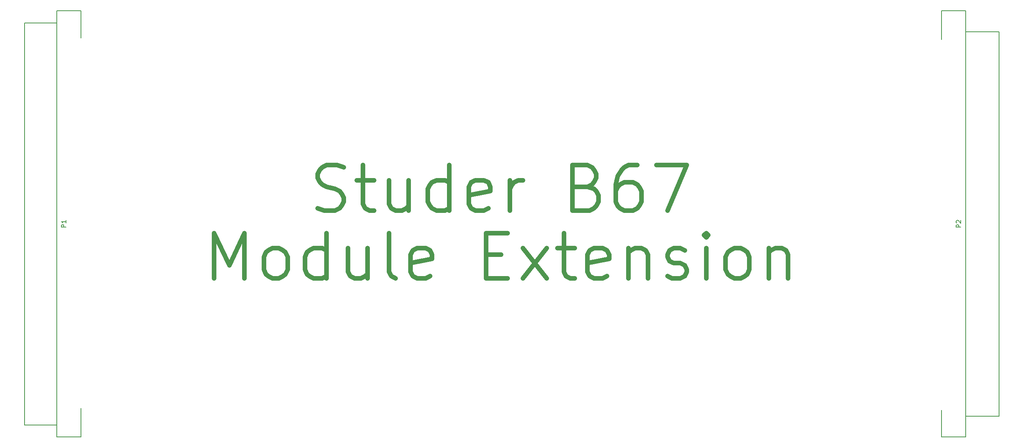
<source format=gbr>
G04 #@! TF.FileFunction,Legend,Top*
%FSLAX46Y46*%
G04 Gerber Fmt 4.6, Leading zero omitted, Abs format (unit mm)*
G04 Created by KiCad (PCBNEW 4.0.1-stable) date Sonntag, 21. Februar 2016 23:38:26*
%MOMM*%
G01*
G04 APERTURE LIST*
%ADD10C,0.100000*%
%ADD11C,1.000000*%
%ADD12C,0.150000*%
G04 APERTURE END LIST*
D10*
D11*
X108113809Y-87352619D02*
X109542380Y-87828810D01*
X111923333Y-87828810D01*
X112875714Y-87352619D01*
X113351904Y-86876429D01*
X113828095Y-85924048D01*
X113828095Y-84971667D01*
X113351904Y-84019286D01*
X112875714Y-83543095D01*
X111923333Y-83066905D01*
X110018571Y-82590714D01*
X109066190Y-82114524D01*
X108589999Y-81638333D01*
X108113809Y-80685952D01*
X108113809Y-79733571D01*
X108589999Y-78781190D01*
X109066190Y-78305000D01*
X110018571Y-77828810D01*
X112399523Y-77828810D01*
X113828095Y-78305000D01*
X116685238Y-81162143D02*
X120494762Y-81162143D01*
X118113809Y-77828810D02*
X118113809Y-86400238D01*
X118590000Y-87352619D01*
X119542381Y-87828810D01*
X120494762Y-87828810D01*
X128113810Y-81162143D02*
X128113810Y-87828810D01*
X123828095Y-81162143D02*
X123828095Y-86400238D01*
X124304286Y-87352619D01*
X125256667Y-87828810D01*
X126685238Y-87828810D01*
X127637619Y-87352619D01*
X128113810Y-86876429D01*
X137161429Y-87828810D02*
X137161429Y-77828810D01*
X137161429Y-87352619D02*
X136209048Y-87828810D01*
X134304286Y-87828810D01*
X133351905Y-87352619D01*
X132875714Y-86876429D01*
X132399524Y-85924048D01*
X132399524Y-83066905D01*
X132875714Y-82114524D01*
X133351905Y-81638333D01*
X134304286Y-81162143D01*
X136209048Y-81162143D01*
X137161429Y-81638333D01*
X145732857Y-87352619D02*
X144780476Y-87828810D01*
X142875714Y-87828810D01*
X141923333Y-87352619D01*
X141447143Y-86400238D01*
X141447143Y-82590714D01*
X141923333Y-81638333D01*
X142875714Y-81162143D01*
X144780476Y-81162143D01*
X145732857Y-81638333D01*
X146209048Y-82590714D01*
X146209048Y-83543095D01*
X141447143Y-84495476D01*
X150494762Y-87828810D02*
X150494762Y-81162143D01*
X150494762Y-83066905D02*
X150970953Y-82114524D01*
X151447143Y-81638333D01*
X152399524Y-81162143D01*
X153351905Y-81162143D01*
X167637620Y-82590714D02*
X169066191Y-83066905D01*
X169542382Y-83543095D01*
X170018572Y-84495476D01*
X170018572Y-85924048D01*
X169542382Y-86876429D01*
X169066191Y-87352619D01*
X168113810Y-87828810D01*
X164304286Y-87828810D01*
X164304286Y-77828810D01*
X167637620Y-77828810D01*
X168590001Y-78305000D01*
X169066191Y-78781190D01*
X169542382Y-79733571D01*
X169542382Y-80685952D01*
X169066191Y-81638333D01*
X168590001Y-82114524D01*
X167637620Y-82590714D01*
X164304286Y-82590714D01*
X178590001Y-77828810D02*
X176685239Y-77828810D01*
X175732858Y-78305000D01*
X175256667Y-78781190D01*
X174304286Y-80209762D01*
X173828096Y-82114524D01*
X173828096Y-85924048D01*
X174304286Y-86876429D01*
X174780477Y-87352619D01*
X175732858Y-87828810D01*
X177637620Y-87828810D01*
X178590001Y-87352619D01*
X179066191Y-86876429D01*
X179542382Y-85924048D01*
X179542382Y-83543095D01*
X179066191Y-82590714D01*
X178590001Y-82114524D01*
X177637620Y-81638333D01*
X175732858Y-81638333D01*
X174780477Y-82114524D01*
X174304286Y-82590714D01*
X173828096Y-83543095D01*
X182875715Y-77828810D02*
X189542382Y-77828810D01*
X185256668Y-87828810D01*
X85256666Y-102828810D02*
X85256666Y-92828810D01*
X88590000Y-99971667D01*
X91923333Y-92828810D01*
X91923333Y-102828810D01*
X98113809Y-102828810D02*
X97161428Y-102352619D01*
X96685237Y-101876429D01*
X96209047Y-100924048D01*
X96209047Y-98066905D01*
X96685237Y-97114524D01*
X97161428Y-96638333D01*
X98113809Y-96162143D01*
X99542380Y-96162143D01*
X100494761Y-96638333D01*
X100970952Y-97114524D01*
X101447142Y-98066905D01*
X101447142Y-100924048D01*
X100970952Y-101876429D01*
X100494761Y-102352619D01*
X99542380Y-102828810D01*
X98113809Y-102828810D01*
X110018571Y-102828810D02*
X110018571Y-92828810D01*
X110018571Y-102352619D02*
X109066190Y-102828810D01*
X107161428Y-102828810D01*
X106209047Y-102352619D01*
X105732856Y-101876429D01*
X105256666Y-100924048D01*
X105256666Y-98066905D01*
X105732856Y-97114524D01*
X106209047Y-96638333D01*
X107161428Y-96162143D01*
X109066190Y-96162143D01*
X110018571Y-96638333D01*
X119066190Y-96162143D02*
X119066190Y-102828810D01*
X114780475Y-96162143D02*
X114780475Y-101400238D01*
X115256666Y-102352619D01*
X116209047Y-102828810D01*
X117637618Y-102828810D01*
X118589999Y-102352619D01*
X119066190Y-101876429D01*
X125256666Y-102828810D02*
X124304285Y-102352619D01*
X123828094Y-101400238D01*
X123828094Y-92828810D01*
X132875713Y-102352619D02*
X131923332Y-102828810D01*
X130018570Y-102828810D01*
X129066189Y-102352619D01*
X128589999Y-101400238D01*
X128589999Y-97590714D01*
X129066189Y-96638333D01*
X130018570Y-96162143D01*
X131923332Y-96162143D01*
X132875713Y-96638333D01*
X133351904Y-97590714D01*
X133351904Y-98543095D01*
X128589999Y-99495476D01*
X145256666Y-97590714D02*
X148590000Y-97590714D01*
X150018571Y-102828810D02*
X145256666Y-102828810D01*
X145256666Y-92828810D01*
X150018571Y-92828810D01*
X153351904Y-102828810D02*
X158590000Y-96162143D01*
X153351904Y-96162143D02*
X158590000Y-102828810D01*
X160970952Y-96162143D02*
X164780476Y-96162143D01*
X162399523Y-92828810D02*
X162399523Y-101400238D01*
X162875714Y-102352619D01*
X163828095Y-102828810D01*
X164780476Y-102828810D01*
X171923333Y-102352619D02*
X170970952Y-102828810D01*
X169066190Y-102828810D01*
X168113809Y-102352619D01*
X167637619Y-101400238D01*
X167637619Y-97590714D01*
X168113809Y-96638333D01*
X169066190Y-96162143D01*
X170970952Y-96162143D01*
X171923333Y-96638333D01*
X172399524Y-97590714D01*
X172399524Y-98543095D01*
X167637619Y-99495476D01*
X176685238Y-96162143D02*
X176685238Y-102828810D01*
X176685238Y-97114524D02*
X177161429Y-96638333D01*
X178113810Y-96162143D01*
X179542381Y-96162143D01*
X180494762Y-96638333D01*
X180970953Y-97590714D01*
X180970953Y-102828810D01*
X185256667Y-102352619D02*
X186209048Y-102828810D01*
X188113810Y-102828810D01*
X189066191Y-102352619D01*
X189542381Y-101400238D01*
X189542381Y-100924048D01*
X189066191Y-99971667D01*
X188113810Y-99495476D01*
X186685238Y-99495476D01*
X185732857Y-99019286D01*
X185256667Y-98066905D01*
X185256667Y-97590714D01*
X185732857Y-96638333D01*
X186685238Y-96162143D01*
X188113810Y-96162143D01*
X189066191Y-96638333D01*
X193828095Y-102828810D02*
X193828095Y-96162143D01*
X193828095Y-92828810D02*
X193351905Y-93305000D01*
X193828095Y-93781190D01*
X194304286Y-93305000D01*
X193828095Y-92828810D01*
X193828095Y-93781190D01*
X200018572Y-102828810D02*
X199066191Y-102352619D01*
X198590000Y-101876429D01*
X198113810Y-100924048D01*
X198113810Y-98066905D01*
X198590000Y-97114524D01*
X199066191Y-96638333D01*
X200018572Y-96162143D01*
X201447143Y-96162143D01*
X202399524Y-96638333D01*
X202875715Y-97114524D01*
X203351905Y-98066905D01*
X203351905Y-100924048D01*
X202875715Y-101876429D01*
X202399524Y-102352619D01*
X201447143Y-102828810D01*
X200018572Y-102828810D01*
X207637619Y-96162143D02*
X207637619Y-102828810D01*
X207637619Y-97114524D02*
X208113810Y-96638333D01*
X209066191Y-96162143D01*
X210494762Y-96162143D01*
X211447143Y-96638333D01*
X211923334Y-97590714D01*
X211923334Y-102828810D01*
D12*
X50546000Y-135255000D02*
X43434000Y-135255000D01*
X43434000Y-135255000D02*
X43434000Y-46355000D01*
X43434000Y-46355000D02*
X50546000Y-46355000D01*
X55880000Y-137922000D02*
X55880000Y-131572000D01*
X55880000Y-137922000D02*
X50546000Y-137922000D01*
X50546000Y-137922000D02*
X50546000Y-43688000D01*
X50546000Y-43688000D02*
X55880000Y-43688000D01*
X55880000Y-43688000D02*
X55880000Y-49657000D01*
X251079000Y-48305000D02*
X258485000Y-48305000D01*
X258485000Y-48305000D02*
X258485000Y-133305000D01*
X258485000Y-133305000D02*
X251079000Y-133305000D01*
X245745000Y-43688000D02*
X245745000Y-50038000D01*
X245745000Y-43688000D02*
X251079000Y-43688000D01*
X251079000Y-43688000D02*
X251079000Y-137922000D01*
X251079000Y-137922000D02*
X245745000Y-137922000D01*
X245745000Y-137922000D02*
X245745000Y-131953000D01*
X52522381Y-91543095D02*
X51522381Y-91543095D01*
X51522381Y-91162142D01*
X51570000Y-91066904D01*
X51617619Y-91019285D01*
X51712857Y-90971666D01*
X51855714Y-90971666D01*
X51950952Y-91019285D01*
X51998571Y-91066904D01*
X52046190Y-91162142D01*
X52046190Y-91543095D01*
X52522381Y-90019285D02*
X52522381Y-90590714D01*
X52522381Y-90305000D02*
X51522381Y-90305000D01*
X51665238Y-90400238D01*
X51760476Y-90495476D01*
X51808095Y-90590714D01*
X250007381Y-91543095D02*
X249007381Y-91543095D01*
X249007381Y-91162142D01*
X249055000Y-91066904D01*
X249102619Y-91019285D01*
X249197857Y-90971666D01*
X249340714Y-90971666D01*
X249435952Y-91019285D01*
X249483571Y-91066904D01*
X249531190Y-91162142D01*
X249531190Y-91543095D01*
X249102619Y-90590714D02*
X249055000Y-90543095D01*
X249007381Y-90447857D01*
X249007381Y-90209761D01*
X249055000Y-90114523D01*
X249102619Y-90066904D01*
X249197857Y-90019285D01*
X249293095Y-90019285D01*
X249435952Y-90066904D01*
X250007381Y-90638333D01*
X250007381Y-90019285D01*
M02*

</source>
